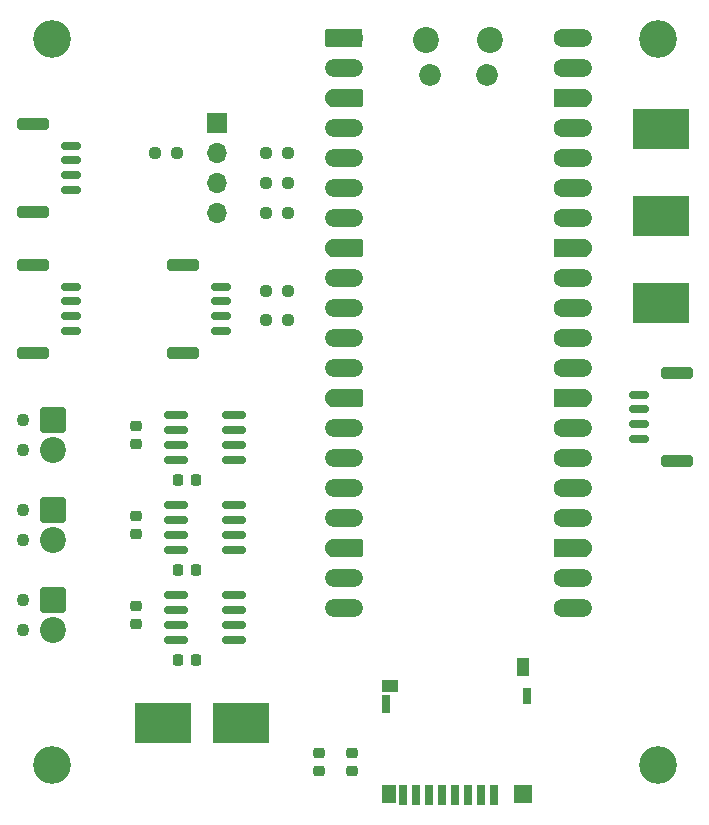
<source format=gts>
%TF.GenerationSoftware,KiCad,Pcbnew,9.0.0*%
%TF.CreationDate,2025-06-15T18:58:11-04:00*%
%TF.ProjectId,data-logger,64617461-2d6c-46f6-9767-65722e6b6963,rev?*%
%TF.SameCoordinates,Original*%
%TF.FileFunction,Soldermask,Top*%
%TF.FilePolarity,Negative*%
%FSLAX46Y46*%
G04 Gerber Fmt 4.6, Leading zero omitted, Abs format (unit mm)*
G04 Created by KiCad (PCBNEW 9.0.0) date 2025-06-15 18:58:11*
%MOMM*%
%LPD*%
G01*
G04 APERTURE LIST*
G04 Aperture macros list*
%AMRoundRect*
0 Rectangle with rounded corners*
0 $1 Rounding radius*
0 $2 $3 $4 $5 $6 $7 $8 $9 X,Y pos of 4 corners*
0 Add a 4 corners polygon primitive as box body*
4,1,4,$2,$3,$4,$5,$6,$7,$8,$9,$2,$3,0*
0 Add four circle primitives for the rounded corners*
1,1,$1+$1,$2,$3*
1,1,$1+$1,$4,$5*
1,1,$1+$1,$6,$7*
1,1,$1+$1,$8,$9*
0 Add four rect primitives between the rounded corners*
20,1,$1+$1,$2,$3,$4,$5,0*
20,1,$1+$1,$4,$5,$6,$7,0*
20,1,$1+$1,$6,$7,$8,$9,0*
20,1,$1+$1,$8,$9,$2,$3,0*%
%AMFreePoly0*
4,1,37,0.800000,0.796148,0.878414,0.796148,1.032228,0.765552,1.177117,0.705537,1.307515,0.618408,1.418408,0.507515,1.505537,0.377117,1.565552,0.232228,1.596148,0.078414,1.596148,-0.078414,1.565552,-0.232228,1.505537,-0.377117,1.418408,-0.507515,1.307515,-0.618408,1.177117,-0.705537,1.032228,-0.765552,0.878414,-0.796148,0.800000,-0.796148,0.800000,-0.800000,-1.400000,-0.800000,
-1.403843,-0.796157,-1.439018,-0.796157,-1.511114,-0.766294,-1.566294,-0.711114,-1.596157,-0.639018,-1.596157,-0.603843,-1.600000,-0.600000,-1.600000,0.600000,-1.596157,0.603843,-1.596157,0.639018,-1.566294,0.711114,-1.511114,0.766294,-1.439018,0.796157,-1.403843,0.796157,-1.400000,0.800000,0.800000,0.800000,0.800000,0.796148,0.800000,0.796148,$1*%
%AMFreePoly1*
4,1,37,1.403843,0.796157,1.439018,0.796157,1.511114,0.766294,1.566294,0.711114,1.596157,0.639018,1.596157,0.603843,1.600000,0.600000,1.600000,-0.600000,1.596157,-0.603843,1.596157,-0.639018,1.566294,-0.711114,1.511114,-0.766294,1.439018,-0.796157,1.403843,-0.796157,1.400000,-0.800000,-0.800000,-0.800000,-0.800000,-0.796148,-0.878414,-0.796148,-1.032228,-0.765552,-1.177117,-0.705537,
-1.307515,-0.618408,-1.418408,-0.507515,-1.505537,-0.377117,-1.565552,-0.232228,-1.596148,-0.078414,-1.596148,0.078414,-1.565552,0.232228,-1.505537,0.377117,-1.418408,0.507515,-1.307515,0.618408,-1.177117,0.705537,-1.032228,0.765552,-0.878414,0.796148,-0.800000,0.796148,-0.800000,0.800000,1.400000,0.800000,1.403843,0.796157,1.403843,0.796157,$1*%
%AMFreePoly2*
4,1,37,0.603843,0.796157,0.639018,0.796157,0.711114,0.766294,0.766294,0.711114,0.796157,0.639018,0.796157,0.603843,0.800000,0.600000,0.800000,-0.600000,0.796157,-0.603843,0.796157,-0.639018,0.766294,-0.711114,0.711114,-0.766294,0.639018,-0.796157,0.603843,-0.796157,0.600000,-0.800000,0.000000,-0.800000,0.000000,-0.796148,-0.078414,-0.796148,-0.232228,-0.765552,-0.377117,-0.705537,
-0.507515,-0.618408,-0.618408,-0.507515,-0.705537,-0.377117,-0.765552,-0.232228,-0.796148,-0.078414,-0.796148,0.078414,-0.765552,0.232228,-0.705537,0.377117,-0.618408,0.507515,-0.507515,0.618408,-0.377117,0.705537,-0.232228,0.765552,-0.078414,0.796148,0.000000,0.796148,0.000000,0.800000,0.600000,0.800000,0.603843,0.796157,0.603843,0.796157,$1*%
%AMFreePoly3*
4,1,37,0.000000,0.796148,0.078414,0.796148,0.232228,0.765552,0.377117,0.705537,0.507515,0.618408,0.618408,0.507515,0.705537,0.377117,0.765552,0.232228,0.796148,0.078414,0.796148,-0.078414,0.765552,-0.232228,0.705537,-0.377117,0.618408,-0.507515,0.507515,-0.618408,0.377117,-0.705537,0.232228,-0.765552,0.078414,-0.796148,0.000000,-0.796148,0.000000,-0.800000,-0.600000,-0.800000,
-0.603843,-0.796157,-0.639018,-0.796157,-0.711114,-0.766294,-0.766294,-0.711114,-0.796157,-0.639018,-0.796157,-0.603843,-0.800000,-0.600000,-0.800000,0.600000,-0.796157,0.603843,-0.796157,0.639018,-0.766294,0.711114,-0.711114,0.766294,-0.639018,0.796157,-0.603843,0.796157,-0.600000,0.800000,0.000000,0.800000,0.000000,0.796148,0.000000,0.796148,$1*%
G04 Aperture macros list end*
%ADD10C,3.200000*%
%ADD11R,4.699000X3.429000*%
%ADD12RoundRect,0.225000X-0.225000X-0.250000X0.225000X-0.250000X0.225000X0.250000X-0.225000X0.250000X0*%
%ADD13C,1.100000*%
%ADD14RoundRect,0.249999X-0.850001X0.850001X-0.850001X-0.850001X0.850001X-0.850001X0.850001X0.850001X0*%
%ADD15C,2.200000*%
%ADD16R,0.700000X1.750000*%
%ADD17R,1.450000X1.000000*%
%ADD18R,1.000000X1.550000*%
%ADD19R,0.800000X1.500000*%
%ADD20R,1.300000X1.500000*%
%ADD21R,1.500000X1.500000*%
%ADD22R,0.800000X1.400000*%
%ADD23RoundRect,0.150000X-0.825000X-0.150000X0.825000X-0.150000X0.825000X0.150000X-0.825000X0.150000X0*%
%ADD24RoundRect,0.237500X0.250000X0.237500X-0.250000X0.237500X-0.250000X-0.237500X0.250000X-0.237500X0*%
%ADD25RoundRect,0.237500X-0.250000X-0.237500X0.250000X-0.237500X0.250000X0.237500X-0.250000X0.237500X0*%
%ADD26C,1.850000*%
%ADD27FreePoly0,0.000000*%
%ADD28RoundRect,0.200000X-0.600000X-0.600000X0.600000X-0.600000X0.600000X0.600000X-0.600000X0.600000X0*%
%ADD29RoundRect,0.800000X-0.800000X-0.000010X0.800000X-0.000010X0.800000X0.000010X-0.800000X0.000010X0*%
%ADD30C,1.600000*%
%ADD31FreePoly1,0.000000*%
%ADD32FreePoly2,0.000000*%
%ADD33FreePoly3,0.000000*%
%ADD34RoundRect,0.150000X-0.700000X0.150000X-0.700000X-0.150000X0.700000X-0.150000X0.700000X0.150000X0*%
%ADD35RoundRect,0.250000X-1.100000X0.250000X-1.100000X-0.250000X1.100000X-0.250000X1.100000X0.250000X0*%
%ADD36RoundRect,0.225000X-0.250000X0.225000X-0.250000X-0.225000X0.250000X-0.225000X0.250000X0.225000X0*%
%ADD37RoundRect,0.225000X0.250000X-0.225000X0.250000X0.225000X-0.250000X0.225000X-0.250000X-0.225000X0*%
%ADD38RoundRect,0.150000X0.700000X-0.150000X0.700000X0.150000X-0.700000X0.150000X-0.700000X-0.150000X0*%
%ADD39RoundRect,0.250000X1.100000X-0.250000X1.100000X0.250000X-1.100000X0.250000X-1.100000X-0.250000X0*%
%ADD40R,1.700000X1.700000*%
%ADD41O,1.700000X1.700000*%
G04 APERTURE END LIST*
D10*
%TO.C,H1*%
X105156000Y-74676000D03*
%TD*%
D11*
%TO.C,TP5*%
X121158000Y-132588000D03*
%TD*%
D12*
%TO.C,C10*%
X115811000Y-112014000D03*
X117361000Y-112014000D03*
%TD*%
D11*
%TO.C,TP3*%
X114554000Y-132588000D03*
%TD*%
%TO.C,TP4*%
X156718000Y-82296000D03*
%TD*%
D13*
%TO.C,J3*%
X102748500Y-122174000D03*
X102748500Y-124714000D03*
D14*
X105288500Y-122174000D03*
D15*
X105288500Y-124714000D03*
%TD*%
D10*
%TO.C,H2*%
X156464000Y-74676000D03*
%TD*%
D16*
%TO.C,J7*%
X142621000Y-138700000D03*
X141521000Y-138700000D03*
X140421000Y-138700000D03*
X139321000Y-138700000D03*
X138221000Y-138700000D03*
X137121000Y-138700000D03*
X136021000Y-138700000D03*
X134921000Y-138700000D03*
D17*
X133796000Y-129475000D03*
D18*
X145021000Y-127900000D03*
D19*
X133471000Y-130975000D03*
D20*
X133721000Y-138575000D03*
D21*
X145071000Y-138575000D03*
D22*
X145421000Y-130325000D03*
%TD*%
D23*
%TO.C,U5*%
X115635000Y-121745000D03*
X115635000Y-123015000D03*
X115635000Y-124285000D03*
X115635000Y-125555000D03*
X120585000Y-125555000D03*
X120585000Y-124285000D03*
X120585000Y-123015000D03*
X120585000Y-121745000D03*
%TD*%
D13*
%TO.C,J2*%
X102748500Y-114554000D03*
X102748500Y-117094000D03*
D14*
X105288500Y-114554000D03*
D15*
X105288500Y-117094000D03*
%TD*%
D11*
%TO.C,TP2*%
X156718000Y-97028000D03*
%TD*%
D12*
%TO.C,C8*%
X115811000Y-119634000D03*
X117361000Y-119634000D03*
%TD*%
D24*
%TO.C,R3*%
X125118500Y-96012000D03*
X123293500Y-96012000D03*
%TD*%
D25*
%TO.C,R5*%
X113895500Y-84358000D03*
X115720500Y-84358000D03*
%TD*%
D10*
%TO.C,H3*%
X156464000Y-136144000D03*
%TD*%
D11*
%TO.C,TP1*%
X156718000Y-89662000D03*
%TD*%
D15*
%TO.C,A1*%
X136838000Y-74745000D03*
D26*
X137138000Y-77775000D03*
X141988000Y-77775000D03*
D15*
X142288000Y-74745000D03*
D27*
X129873000Y-74615000D03*
D28*
X130673000Y-74615000D03*
D29*
X129873000Y-77155000D03*
D30*
X130673000Y-77155000D03*
D31*
X129873000Y-79695000D03*
D32*
X130673000Y-79695000D03*
D29*
X129873000Y-82235000D03*
D30*
X130673000Y-82235000D03*
D29*
X129873000Y-84775000D03*
D30*
X130673000Y-84775000D03*
D29*
X129873000Y-87315000D03*
D30*
X130673000Y-87315000D03*
D29*
X129873000Y-89855000D03*
D30*
X130673000Y-89855000D03*
D31*
X129873000Y-92395000D03*
D32*
X130673000Y-92395000D03*
D29*
X129873000Y-94935000D03*
D30*
X130673000Y-94935000D03*
D29*
X129873000Y-97475000D03*
D30*
X130673000Y-97475000D03*
D29*
X129873000Y-100015000D03*
D30*
X130673000Y-100015000D03*
D29*
X129873000Y-102555000D03*
D30*
X130673000Y-102555000D03*
D31*
X129873000Y-105095000D03*
D32*
X130673000Y-105095000D03*
D29*
X129873000Y-107635000D03*
D30*
X130673000Y-107635000D03*
D29*
X129873000Y-110175000D03*
D30*
X130673000Y-110175000D03*
D29*
X129873000Y-112715000D03*
D30*
X130673000Y-112715000D03*
D29*
X129873000Y-115255000D03*
D30*
X130673000Y-115255000D03*
D31*
X129873000Y-117795000D03*
D32*
X130673000Y-117795000D03*
D29*
X129873000Y-120335000D03*
D30*
X130673000Y-120335000D03*
D29*
X129873000Y-122875000D03*
D30*
X130673000Y-122875000D03*
X148453000Y-122875000D03*
D29*
X149253000Y-122875000D03*
D30*
X148453000Y-120335000D03*
D29*
X149253000Y-120335000D03*
D33*
X148453000Y-117795000D03*
D27*
X149253000Y-117795000D03*
D30*
X148453000Y-115255000D03*
D29*
X149253000Y-115255000D03*
D30*
X148453000Y-112715000D03*
D29*
X149253000Y-112715000D03*
D30*
X148453000Y-110175000D03*
D29*
X149253000Y-110175000D03*
D30*
X148453000Y-107635000D03*
D29*
X149253000Y-107635000D03*
D33*
X148453000Y-105095000D03*
D27*
X149253000Y-105095000D03*
D30*
X148453000Y-102555000D03*
D29*
X149253000Y-102555000D03*
D30*
X148453000Y-100015000D03*
D29*
X149253000Y-100015000D03*
D30*
X148453000Y-97475000D03*
D29*
X149253000Y-97475000D03*
D30*
X148453000Y-94935000D03*
D29*
X149253000Y-94935000D03*
D33*
X148453000Y-92395000D03*
D27*
X149253000Y-92395000D03*
D30*
X148453000Y-89855000D03*
D29*
X149253000Y-89855000D03*
D30*
X148453000Y-87315000D03*
D29*
X149253000Y-87315000D03*
D30*
X148453000Y-84775000D03*
D29*
X149253000Y-84775000D03*
D30*
X148453000Y-82235000D03*
D29*
X149253000Y-82235000D03*
D33*
X148453000Y-79695000D03*
D27*
X149253000Y-79695000D03*
D30*
X148453000Y-77155000D03*
D29*
X149253000Y-77155000D03*
D30*
X148453000Y-74615000D03*
D29*
X149253000Y-74615000D03*
%TD*%
D24*
%TO.C,R2*%
X125118500Y-89408000D03*
X123293500Y-89408000D03*
%TD*%
D12*
%TO.C,C5*%
X115811000Y-127254000D03*
X117361000Y-127254000D03*
%TD*%
D24*
%TO.C,R1*%
X125118500Y-86868000D03*
X123293500Y-86868000D03*
%TD*%
D10*
%TO.C,H4*%
X105156000Y-136144000D03*
%TD*%
D34*
%TO.C,J8*%
X106752000Y-95661000D03*
X106752000Y-96911000D03*
X106752000Y-98161000D03*
X106752000Y-99411000D03*
D35*
X103552000Y-93811000D03*
X103552000Y-101261000D03*
%TD*%
D23*
%TO.C,U4*%
X115635000Y-114149000D03*
X115635000Y-115419000D03*
X115635000Y-116689000D03*
X115635000Y-117959000D03*
X120585000Y-117959000D03*
X120585000Y-116689000D03*
X120585000Y-115419000D03*
X120585000Y-114149000D03*
%TD*%
D34*
%TO.C,J5*%
X106752000Y-83723000D03*
X106752000Y-84973000D03*
X106752000Y-86223000D03*
X106752000Y-87473000D03*
D35*
X103552000Y-81873000D03*
X103552000Y-89323000D03*
%TD*%
D36*
%TO.C,C12*%
X127762000Y-135115000D03*
X127762000Y-136665000D03*
%TD*%
D37*
%TO.C,C9*%
X112268000Y-124219000D03*
X112268000Y-122669000D03*
%TD*%
D23*
%TO.C,U3*%
X115635000Y-106553000D03*
X115635000Y-107823000D03*
X115635000Y-109093000D03*
X115635000Y-110363000D03*
X120585000Y-110363000D03*
X120585000Y-109093000D03*
X120585000Y-107823000D03*
X120585000Y-106553000D03*
%TD*%
D37*
%TO.C,C7*%
X112268000Y-116599000D03*
X112268000Y-115049000D03*
%TD*%
D13*
%TO.C,J1*%
X102748500Y-106934000D03*
X102748500Y-109474000D03*
D14*
X105288500Y-106934000D03*
D15*
X105288500Y-109474000D03*
%TD*%
D38*
%TO.C,J6*%
X154868000Y-108555000D03*
X154868000Y-107305000D03*
X154868000Y-106055000D03*
X154868000Y-104805000D03*
D39*
X158068000Y-110405000D03*
X158068000Y-102955000D03*
%TD*%
D40*
%TO.C,J9*%
X119151000Y-81798000D03*
D41*
X119151000Y-84338000D03*
X119151000Y-86878000D03*
X119151000Y-89418000D03*
%TD*%
D34*
%TO.C,J4*%
X119452000Y-95661000D03*
X119452000Y-96911000D03*
X119452000Y-98161000D03*
X119452000Y-99411000D03*
D35*
X116252000Y-93811000D03*
X116252000Y-101261000D03*
%TD*%
D24*
%TO.C,R4*%
X125118500Y-98522000D03*
X123293500Y-98522000D03*
%TD*%
D36*
%TO.C,C11*%
X130556000Y-135115000D03*
X130556000Y-136665000D03*
%TD*%
D37*
%TO.C,C6*%
X112268000Y-108979000D03*
X112268000Y-107429000D03*
%TD*%
D24*
%TO.C,R6*%
X125118500Y-84328000D03*
X123293500Y-84328000D03*
%TD*%
M02*

</source>
